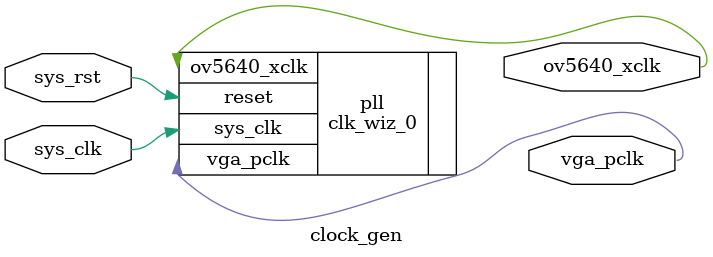
<source format=v>
`timescale 1ns / 1ps


module clock_gen(

input           sys_clk,
input           sys_rst,

output          vga_pclk,

output          ov5640_xclk
);


clk_wiz_0 pll(
	.sys_clk        (  sys_clk  ),
	.reset          (  sys_rst  ),

	.vga_pclk       (  vga_pclk ),
	.ov5640_xclk    (  ov5640_xclk )
);



endmodule

</source>
